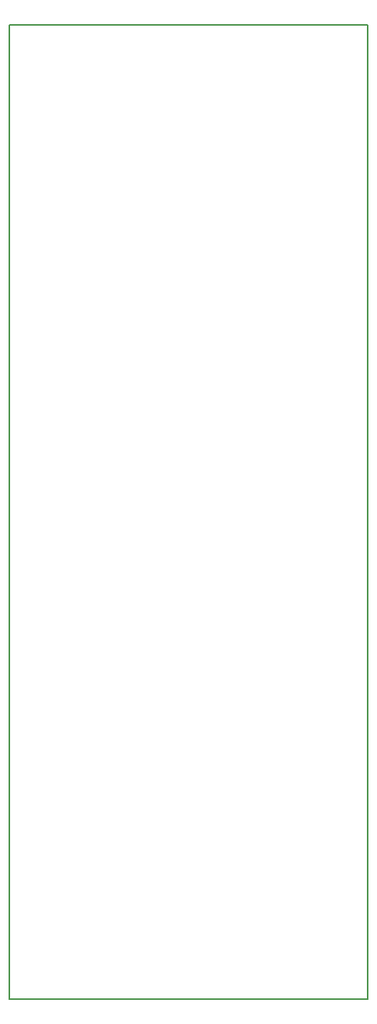
<source format=gm1>
G04 #@! TF.FileFunction,Profile,NP*
%FSLAX46Y46*%
G04 Gerber Fmt 4.6, Leading zero omitted, Abs format (unit mm)*
G04 Created by KiCad (PCBNEW (2016-08-20 BZR 7083)-product) date Thu Jan 26 00:07:01 2017*
%MOMM*%
%LPD*%
G01*
G04 APERTURE LIST*
%ADD10C,0.100000*%
%ADD11C,0.150000*%
G04 APERTURE END LIST*
D10*
D11*
X0Y106000000D02*
X0Y0D01*
X39000000Y106000000D02*
X0Y106000000D01*
X39000000Y0D02*
X39000000Y106000000D01*
X0Y0D02*
X39000000Y0D01*
M02*

</source>
